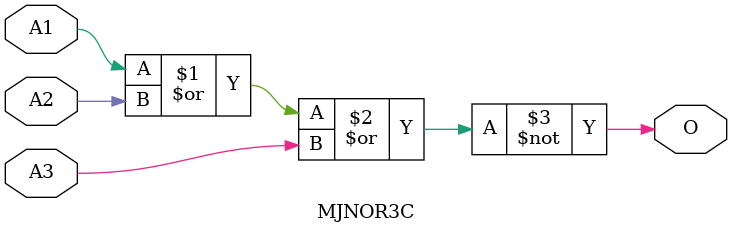
<source format=v>
module MJNOR3C(A1, A2, A3, O);
input   A1;
input   A2;
input   A3;
output  O;
nor g0(O, A1, A2, A3);
endmodule
</source>
